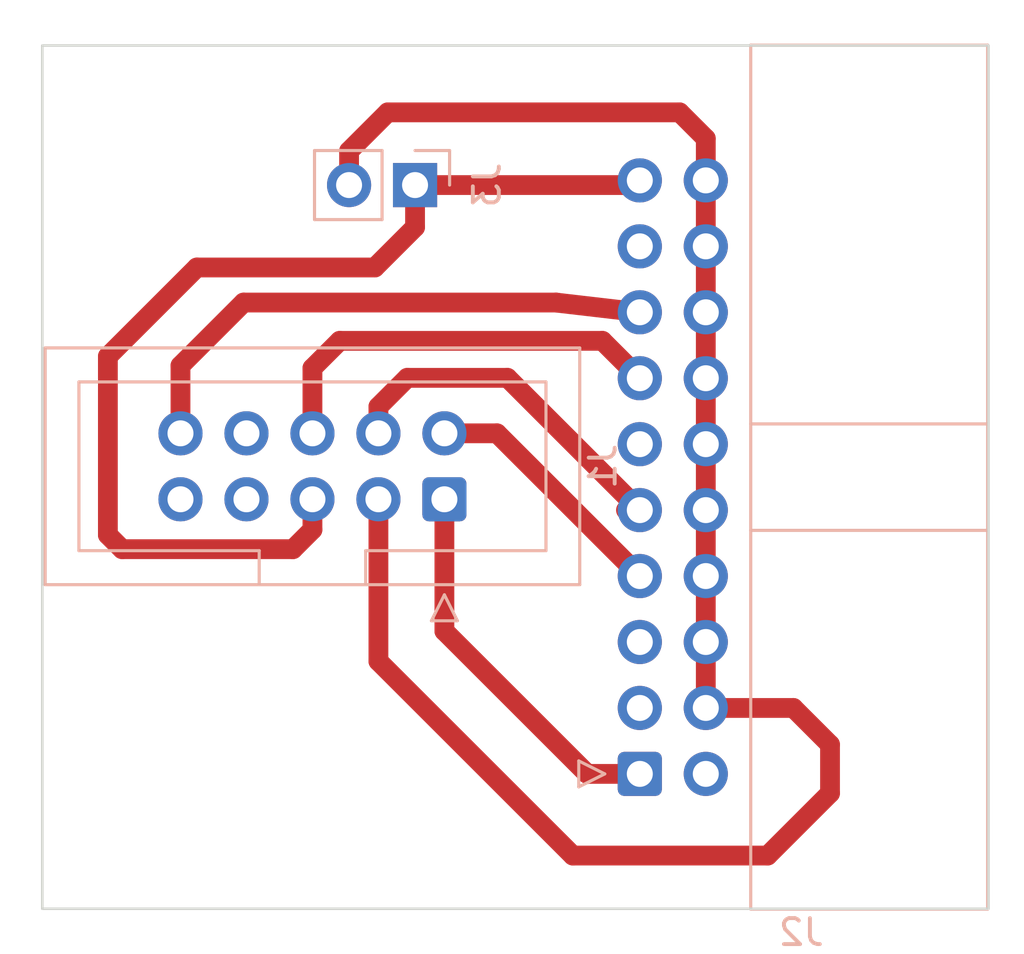
<source format=kicad_pcb>
(kicad_pcb (version 20211014) (generator pcbnew)
  (layers (0 "F.Cu" signal) (31 "B.Cu" signal) (34 "B.Paste" user) (35 "F.Paste" user) (36 "B.SilkS" user "B.Silkscreen") (37 "F.SilkS" user "F.Silkscreen") (38 "B.Mask" user) (39 "F.Mask" user) (44 "Edge.Cuts" user))
  (net 0 "")
  (net 1 "/SWDIO")
  (net 2 "GND")
  (net 3 "/SWCLK")
  (net 4 "/SWO")
  (net 8 "/nRESET")
  (net 9 "/VTref")
  (net 15 "+5V")
  (footprint "Connector_IDC:IDC-Header_2x05_P2.54mm_Vertical" (layer "B.Cu") (at 170.18 84.3525 90)
    (fp_text reference "J1" (at 1.27 6.1 90) (layer "B.SilkS") (effects (justify mirror)))
    (fp_text value "Conn_02x05_Odd_Even")
    (fp_line (start -3.68 0) (end -4.68 0.5) (layer "B.SilkS") (width 0.12))
    (fp_line (start 5.83 -15.37) (end -3.29 -15.37) (layer "B.SilkS") (width 0.12))
    (fp_line (start -1.98 -14.07) (end -1.98 -7.13) (layer "B.SilkS") (width 0.12))
    (fp_line (start 4.52 3.91) (end 4.52 -14.07) (layer "B.SilkS") (width 0.12))
    (fp_line (start -3.29 -15.37) (end -3.29 5.21) (layer "B.SilkS") (width 0.12))
    (fp_line (start -3.29 5.21) (end 5.83 5.21) (layer "B.SilkS") (width 0.12))
    (fp_line (start -1.98 -7.13) (end -3.29 -7.13) (layer "B.SilkS") (width 0.12))
    (fp_line (start -4.68 -0.5) (end -3.68 0) (layer "B.SilkS") (width 0.12))
    (fp_line (start -1.98 -3.03) (end -1.98 3.91) (layer "B.SilkS") (width 0.12))
    (fp_line (start -3.29 -3.03) (end -1.98 -3.03) (layer "B.SilkS") (width 0.12))
    (fp_line (start -4.68 0.5) (end -4.68 -0.5) (layer "B.SilkS") (width 0.12))
    (fp_line (start 4.52 -14.07) (end -1.98 -14.07) (layer "B.SilkS") (width 0.12))
    (fp_line (start -1.98 -7.13) (end -1.98 -7.13) (layer "B.SilkS") (width 0.12))
    (fp_line (start 5.83 5.21) (end 5.83 -15.37) (layer "B.SilkS") (width 0.12))
    (fp_line (start -1.98 3.91) (end 4.52 3.91) (layer "B.SilkS") (width 0.12))
    (pad "1" thru_hole roundrect (at 0 0 90) (size 1.7 1.7) (drill 1) (layers *.Cu *.Mask) (roundrect_rratio 0.147059) (net 9 "/VTref"))
    (pad "2" thru_hole circle (at 2.54 0 90) (size 1.7 1.7) (drill 1) (layers *.Cu *.Mask) (net 1 "/SWDIO"))
    (pad "3" thru_hole circle (at 0 -2.54 90) (size 1.7 1.7) (drill 1) (layers *.Cu *.Mask) (net 2 "GND"))
    (pad "4" thru_hole circle (at 2.54 -2.54 90) (size 1.7 1.7) (drill 1) (layers *.Cu *.Mask) (net 3 "/SWCLK"))
    (pad "5" thru_hole circle (at 0 -5.08 90) (size 1.7 1.7) (drill 1) (layers *.Cu *.Mask) (net 15 "+5V"))
    (pad "6" thru_hole circle (at 2.54 -5.08 90) (size 1.7 1.7) (drill 1) (layers *.Cu *.Mask) (net 4 "/SWO"))
    (pad "7" thru_hole circle (at 0 -7.62 90) (size 1.7 1.7) (drill 1) (layers *.Cu *.Mask))
    (pad "8" thru_hole circle (at 2.54 -7.62 90) (size 1.7 1.7) (drill 1) (layers *.Cu *.Mask))
    (pad "9" thru_hole circle (at 0 -10.16 90) (size 1.7 1.7) (drill 1) (layers *.Cu *.Mask))
    (pad "10" thru_hole circle (at 2.54 -10.16 90) (size 1.7 1.7) (drill 1) (layers *.Cu *.Mask) (net 8 "/nRESET"))
  )
  (footprint "Connector_IDC:IDC-Header_2x10_P2.54mm_Horizontal" (layer "B.Cu") (at 177.7025 94.93)
    (fp_text reference "J2" (at 6.215 6.1) (layer "B.SilkS") (effects (justify mirror)))
    (fp_text value "Conn_02x10_Odd_Even")
    (fp_line (start -1.35 0) (end -2.35 0.5) (layer "B.SilkS") (width 0.12))
    (fp_line (start 4.27 -28.07) (end 4.27 5.21) (layer "B.SilkS") (width 0.12))
    (fp_line (start 13.39 5.21) (end 13.39 -28.07) (layer "B.SilkS") (width 0.12))
    (fp_line (start -2.35 0.5) (end -2.35 -0.5) (layer "B.SilkS") (width 0.12))
    (fp_line (start 4.27 5.21) (end 13.39 5.21) (layer "B.SilkS") (width 0.12))
    (fp_line (start 13.39 -28.07) (end 4.27 -28.07) (layer "B.SilkS") (width 0.12))
    (fp_line (start -2.35 -0.5) (end -1.35 0) (layer "B.SilkS") (width 0.12))
    (fp_line (start 4.27 -13.48) (end 13.39 -13.48) (layer "B.SilkS") (width 0.12))
    (fp_line (start 4.27 -9.38) (end 13.39 -9.38) (layer "B.SilkS") (width 0.12))
    (pad "1" thru_hole roundrect (at 0 0) (size 1.7 1.7) (drill 1) (layers *.Cu *.Mask) (roundrect_rratio 0.1470588235) (net 9 "/VTref"))
    (pad "2" thru_hole circle (at 2.54 0) (size 1.7 1.7) (drill 1) (layers *.Cu *.Mask))
    (pad "3" thru_hole circle (at 0 -2.54) (size 1.7 1.7) (drill 1) (layers *.Cu *.Mask))
    (pad "4" thru_hole circle (at 2.54 -2.54) (size 1.7 1.7) (drill 1) (layers *.Cu *.Mask) (net 2 "GND"))
    (pad "5" thru_hole circle (at 0 -5.08) (size 1.7 1.7) (drill 1) (layers *.Cu *.Mask))
    (pad "6" thru_hole circle (at 2.54 -5.08) (size 1.7 1.7) (drill 1) (layers *.Cu *.Mask) (net 2 "GND"))
    (pad "7" thru_hole circle (at 0 -7.62) (size 1.7 1.7) (drill 1) (layers *.Cu *.Mask) (net 1 "/SWDIO"))
    (pad "8" thru_hole circle (at 2.54 -7.62) (size 1.7 1.7) (drill 1) (layers *.Cu *.Mask) (net 2 "GND"))
    (pad "9" thru_hole circle (at 0 -10.16) (size 1.7 1.7) (drill 1) (layers *.Cu *.Mask) (net 3 "/SWCLK"))
    (pad "10" thru_hole circle (at 2.54 -10.16) (size 1.7 1.7) (drill 1) (layers *.Cu *.Mask) (net 2 "GND"))
    (pad "11" thru_hole circle (at 0 -12.7) (size 1.7 1.7) (drill 1) (layers *.Cu *.Mask))
    (pad "12" thru_hole circle (at 2.54 -12.7) (size 1.7 1.7) (drill 1) (layers *.Cu *.Mask) (net 2 "GND"))
    (pad "13" thru_hole circle (at 0 -15.24) (size 1.7 1.7) (drill 1) (layers *.Cu *.Mask) (net 4 "/SWO"))
    (pad "14" thru_hole circle (at 2.54 -15.24) (size 1.7 1.7) (drill 1) (layers *.Cu *.Mask) (net 2 "GND"))
    (pad "15" thru_hole circle (at 0 -17.78) (size 1.7 1.7) (drill 1) (layers *.Cu *.Mask) (net 8 "/nRESET"))
    (pad "16" thru_hole circle (at 2.54 -17.78) (size 1.7 1.7) (drill 1) (layers *.Cu *.Mask) (net 2 "GND"))
    (pad "17" thru_hole circle (at 0 -20.32) (size 1.7 1.7) (drill 1) (layers *.Cu *.Mask))
    (pad "18" thru_hole circle (at 2.54 -20.32) (size 1.7 1.7) (drill 1) (layers *.Cu *.Mask) (net 2 "GND"))
    (pad "19" thru_hole circle (at 0 -22.86) (size 1.7 1.7) (drill 1) (layers *.Cu *.Mask) (net 15 "+5V"))
    (pad "20" thru_hole circle (at 2.54 -22.86) (size 1.7 1.7) (drill 1) (layers *.Cu *.Mask) (net 2 "GND"))
  )
  (footprint "Connector_PinSocket_2.54mm:PinSocket_1x02_P2.54mm_Vertical" (layer "B.Cu") (at 169.05 72.25 90)
    (fp_text reference "J3" (at 0 2.77 90) (layer "B.SilkS") (effects (justify mirror)))
    (fp_text value "Conn_01x02")
    (fp_line (start 1.33 -1.27) (end 1.33 -3.87) (layer "B.SilkS") (width 0.12))
    (fp_line (start -1.33 -1.27) (end -1.33 -3.87) (layer "B.SilkS") (width 0.12))
    (fp_line (start 1.33 1.33) (end 1.33 0) (layer "B.SilkS") (width 0.12))
    (fp_line (start -1.33 -1.27) (end 1.33 -1.27) (layer "B.SilkS") (width 0.12))
    (fp_line (start 0 1.33) (end 1.33 1.33) (layer "B.SilkS") (width 0.12))
    (fp_line (start -1.33 -3.87) (end 1.33 -3.87) (layer "B.SilkS") (width 0.12))
    (pad "1" thru_hole rect (at 0 0 90) (size 1.7 1.7) (drill 1) (layers *.Cu *.Mask) (net 15 "+5V"))
    (pad "2" thru_hole oval (at 0 -2.54 90) (size 1.7 1.7) (drill 1) (layers *.Cu *.Mask) (net 2 "GND"))
  )
  (gr_rect (start 191.125 66.875) (end 154.7 100.125) (layer "Edge.Cuts") (width 0.1) (fill none))
  (segment (start 172.205 81.8125) (end 177.7025 87.31) (width 0.762) (layer "F.Cu") (net 1))
  (segment (start 170.18 81.8125) (end 172.205 81.8125) (width 0.762) (layer "F.Cu") (net 1))
  (segment (start 183.615 92.39) (end 180.2425 92.39) (width 0.762) (layer "F.Cu") (net 2))
  (segment (start 167.64 90.59) (end 175.125 98.075) (width 0.762) (layer "F.Cu") (net 2))
  (segment (start 166.51 70.94) (end 168 69.45) (width 0.762) (layer "F.Cu") (net 2))
  (segment (start 185.025 95.675) (end 185.025 93.8) (width 0.762) (layer "F.Cu") (net 2))
  (segment (start 166.51 72.25) (end 166.51 70.94) (width 0.762) (layer "F.Cu") (net 2))
  (segment (start 180.2425 70.4575) (end 180.2425 72.07) (width 0.762) (layer "F.Cu") (net 2))
  (segment (start 167.64 84.3525) (end 167.64 90.59) (width 0.762) (layer "F.Cu") (net 2))
  (segment (start 180.2425 92.39) (end 180.2425 72.07) (width 0.762) (layer "F.Cu") (net 2))
  (segment (start 168 69.45) (end 179.235 69.45) (width 0.762) (layer "F.Cu") (net 2))
  (segment (start 182.625 98.075) (end 185.025 95.675) (width 0.762) (layer "F.Cu") (net 2))
  (segment (start 179.235 69.45) (end 180.2425 70.4575) (width 0.762) (layer "F.Cu") (net 2))
  (segment (start 175.125 98.075) (end 182.625 98.075) (width 0.762) (layer "F.Cu") (net 2))
  (segment (start 185.025 93.8) (end 183.615 92.39) (width 0.762) (layer "F.Cu") (net 2))
  (segment (start 168.75 79.675) (end 172.6075 79.675) (width 0.762) (layer "F.Cu") (net 3))
  (segment (start 172.6075 79.675) (end 177.7025 84.77) (width 0.762) (layer "F.Cu") (net 3))
  (segment (start 167.64 81.8125) (end 167.64 80.785) (width 0.762) (layer "F.Cu") (net 3))
  (segment (start 167.64 80.785) (end 168.75 79.675) (width 0.762) (layer "F.Cu") (net 3))
  (segment (start 177.7025 84.77) (end 177.17 84.77) (width 0.762) (layer "F.Cu") (net 3))
  (segment (start 176.2625 78.25) (end 177.7025 79.69) (width 0.762) (layer "F.Cu") (net 4))
  (segment (start 165.1 81.8125) (end 165.1 79.3) (width 0.762) (layer "F.Cu") (net 4))
  (segment (start 165.1 79.3) (end 166.15 78.25) (width 0.762) (layer "F.Cu") (net 4))
  (segment (start 166.15 78.25) (end 176.2625 78.25) (width 0.762) (layer "F.Cu") (net 4))
  (segment (start 177.7025 77.15) (end 174.475 76.775) (width 0.762) (layer "F.Cu") (net 8))
  (segment (start 174.5 76.775) (end 162.45 76.775) (width 0.762) (layer "F.Cu") (net 8))
  (segment (start 160.02 79.205) (end 160.02 81.8125) (width 0.762) (layer "F.Cu") (net 8))
  (segment (start 162.45 76.775) (end 160.02 79.205) (width 0.762) (layer "F.Cu") (net 8))
  (segment (start 170.18 84.3525) (end 170.18 89.43) (width 0.762) (layer "F.Cu") (net 9))
  (segment (start 175.68 94.93) (end 177.7025 94.93) (width 0.762) (layer "F.Cu") (net 9))
  (segment (start 170.18 89.43) (end 175.68 94.93) (width 0.762) (layer "F.Cu") (net 9))
  (segment (start 157.775 86.275) (end 157.225 85.725) (width 0.762) (layer "F.Cu") (net 15))
  (segment (start 169.05 73.875) (end 169.05 72.25) (width 0.762) (layer "F.Cu") (net 15))
  (segment (start 157.225 78.85) (end 160.65 75.425) (width 0.762) (layer "F.Cu") (net 15))
  (segment (start 177.5225 72.25) (end 177.7025 72.07) (width 0.762) (layer "F.Cu") (net 15))
  (segment (start 165.1 85.525) (end 164.35 86.275) (width 0.762) (layer "F.Cu") (net 15))
  (segment (start 164.35 86.275) (end 157.775 86.275) (width 0.762) (layer "F.Cu") (net 15))
  (segment (start 167.5 75.425) (end 169.05 73.875) (width 0.762) (layer "F.Cu") (net 15))
  (segment (start 157.225 85.725) (end 157.225 78.85) (width 0.762) (layer "F.Cu") (net 15))
  (segment (start 169.05 72.25) (end 177.5225 72.25) (width 0.762) (layer "F.Cu") (net 15))
  (segment (start 160.65 75.425) (end 167.5 75.425) (width 0.762) (layer "F.Cu") (net 15))
  (segment (start 165.1 84.3525) (end 165.1 85.525) (width 0.762) (layer "F.Cu") (net 15))
)
</source>
